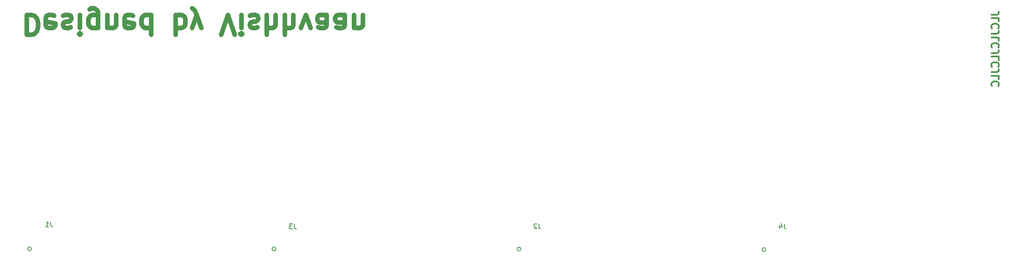
<source format=gbo>
G04 #@! TF.GenerationSoftware,KiCad,Pcbnew,5.1.10*
G04 #@! TF.CreationDate,2021-06-21T08:13:57-04:00*
G04 #@! TF.ProjectId,EVE-PCB-V4,4556452d-5043-4422-9d56-342e6b696361,rev?*
G04 #@! TF.SameCoordinates,Original*
G04 #@! TF.FileFunction,Legend,Bot*
G04 #@! TF.FilePolarity,Positive*
%FSLAX46Y46*%
G04 Gerber Fmt 4.6, Leading zero omitted, Abs format (unit mm)*
G04 Created by KiCad (PCBNEW 5.1.10) date 2021-06-21 08:13:57*
%MOMM*%
%LPD*%
G01*
G04 APERTURE LIST*
%ADD10C,0.900000*%
%ADD11C,0.300000*%
%ADD12C,0.152400*%
%ADD13C,0.150000*%
%ADD14O,1.802000X1.802000*%
%ADD15C,2.134000*%
G04 APERTURE END LIST*
D10*
X53153714Y-56610476D02*
X53153714Y-60610476D01*
X54106095Y-60610476D01*
X54677523Y-60419999D01*
X55058476Y-60039047D01*
X55248952Y-59658095D01*
X55439428Y-58896190D01*
X55439428Y-58324761D01*
X55248952Y-57562857D01*
X55058476Y-57181904D01*
X54677523Y-56800952D01*
X54106095Y-56610476D01*
X53153714Y-56610476D01*
X58677523Y-56800952D02*
X58296571Y-56610476D01*
X57534666Y-56610476D01*
X57153714Y-56800952D01*
X56963238Y-57181904D01*
X56963238Y-58705714D01*
X57153714Y-59086666D01*
X57534666Y-59277142D01*
X58296571Y-59277142D01*
X58677523Y-59086666D01*
X58868000Y-58705714D01*
X58868000Y-58324761D01*
X56963238Y-57943809D01*
X60391809Y-56800952D02*
X60772761Y-56610476D01*
X61534666Y-56610476D01*
X61915619Y-56800952D01*
X62106095Y-57181904D01*
X62106095Y-57372380D01*
X61915619Y-57753333D01*
X61534666Y-57943809D01*
X60963238Y-57943809D01*
X60582285Y-58134285D01*
X60391809Y-58515238D01*
X60391809Y-58705714D01*
X60582285Y-59086666D01*
X60963238Y-59277142D01*
X61534666Y-59277142D01*
X61915619Y-59086666D01*
X63820380Y-56610476D02*
X63820380Y-59277142D01*
X63820380Y-60610476D02*
X63629904Y-60420000D01*
X63820380Y-60229523D01*
X64010857Y-60420000D01*
X63820380Y-60610476D01*
X63820380Y-60229523D01*
X67439428Y-59277142D02*
X67439428Y-56039047D01*
X67248952Y-55658095D01*
X67058476Y-55467619D01*
X66677523Y-55277142D01*
X66106095Y-55277142D01*
X65725142Y-55467619D01*
X67439428Y-56800952D02*
X67058476Y-56610476D01*
X66296571Y-56610476D01*
X65915619Y-56800952D01*
X65725142Y-56991428D01*
X65534666Y-57372380D01*
X65534666Y-58515238D01*
X65725142Y-58896190D01*
X65915619Y-59086666D01*
X66296571Y-59277142D01*
X67058476Y-59277142D01*
X67439428Y-59086666D01*
X69344190Y-59277142D02*
X69344190Y-56610476D01*
X69344190Y-58896190D02*
X69534666Y-59086666D01*
X69915619Y-59277142D01*
X70487047Y-59277142D01*
X70868000Y-59086666D01*
X71058476Y-58705714D01*
X71058476Y-56610476D01*
X74487047Y-56800952D02*
X74106095Y-56610476D01*
X73344190Y-56610476D01*
X72963238Y-56800952D01*
X72772761Y-57181904D01*
X72772761Y-58705714D01*
X72963238Y-59086666D01*
X73344190Y-59277142D01*
X74106095Y-59277142D01*
X74487047Y-59086666D01*
X74677523Y-58705714D01*
X74677523Y-58324761D01*
X72772761Y-57943809D01*
X78106095Y-56610476D02*
X78106095Y-60610476D01*
X78106095Y-56800952D02*
X77725142Y-56610476D01*
X76963238Y-56610476D01*
X76582285Y-56800952D01*
X76391809Y-56991428D01*
X76201333Y-57372380D01*
X76201333Y-58515238D01*
X76391809Y-58896190D01*
X76582285Y-59086666D01*
X76963238Y-59277142D01*
X77725142Y-59277142D01*
X78106095Y-59086666D01*
X83058476Y-56610476D02*
X83058476Y-60610476D01*
X83058476Y-59086666D02*
X83439428Y-59277142D01*
X84201333Y-59277142D01*
X84582285Y-59086666D01*
X84772761Y-58896190D01*
X84963238Y-58515238D01*
X84963238Y-57372380D01*
X84772761Y-56991428D01*
X84582285Y-56800952D01*
X84201333Y-56610476D01*
X83439428Y-56610476D01*
X83058476Y-56800952D01*
X86296571Y-59277142D02*
X87248952Y-56610476D01*
X88201333Y-59277142D02*
X87248952Y-56610476D01*
X86867999Y-55658095D01*
X86677523Y-55467619D01*
X86296571Y-55277142D01*
X92201333Y-60610476D02*
X93534666Y-56610476D01*
X94867999Y-60610476D01*
X96201333Y-56610476D02*
X96201333Y-59277142D01*
X96201333Y-60610476D02*
X96010857Y-60420000D01*
X96201333Y-60229523D01*
X96391809Y-60420000D01*
X96201333Y-60610476D01*
X96201333Y-60229523D01*
X97915619Y-56800952D02*
X98296571Y-56610476D01*
X99058476Y-56610476D01*
X99439428Y-56800952D01*
X99629904Y-57181904D01*
X99629904Y-57372380D01*
X99439428Y-57753333D01*
X99058476Y-57943809D01*
X98487047Y-57943809D01*
X98106095Y-58134285D01*
X97915619Y-58515238D01*
X97915619Y-58705714D01*
X98106095Y-59086666D01*
X98487047Y-59277142D01*
X99058476Y-59277142D01*
X99439428Y-59086666D01*
X101344190Y-56610476D02*
X101344190Y-60610476D01*
X103058476Y-56610476D02*
X103058476Y-58705714D01*
X102867999Y-59086666D01*
X102487047Y-59277142D01*
X101915619Y-59277142D01*
X101534666Y-59086666D01*
X101344190Y-58896190D01*
X104963238Y-56610476D02*
X104963238Y-60610476D01*
X106677523Y-56610476D02*
X106677523Y-58705714D01*
X106487047Y-59086666D01*
X106106095Y-59277142D01*
X105534666Y-59277142D01*
X105153714Y-59086666D01*
X104963238Y-58896190D01*
X108201333Y-59277142D02*
X109153714Y-56610476D01*
X110106095Y-59277142D01*
X113344190Y-56610476D02*
X113344190Y-58705714D01*
X113153714Y-59086666D01*
X112772761Y-59277142D01*
X112010857Y-59277142D01*
X111629904Y-59086666D01*
X113344190Y-56800952D02*
X112963238Y-56610476D01*
X112010857Y-56610476D01*
X111629904Y-56800952D01*
X111439428Y-57181904D01*
X111439428Y-57562857D01*
X111629904Y-57943809D01*
X112010857Y-58134285D01*
X112963238Y-58134285D01*
X113344190Y-58324761D01*
X116963238Y-56610476D02*
X116963238Y-58705714D01*
X116772761Y-59086666D01*
X116391809Y-59277142D01*
X115629904Y-59277142D01*
X115248952Y-59086666D01*
X116963238Y-56800952D02*
X116582285Y-56610476D01*
X115629904Y-56610476D01*
X115248952Y-56800952D01*
X115058476Y-57181904D01*
X115058476Y-57562857D01*
X115248952Y-57943809D01*
X115629904Y-58134285D01*
X116582285Y-58134285D01*
X116963238Y-58324761D01*
X118867999Y-59277142D02*
X118867999Y-56610476D01*
X118867999Y-58896190D02*
X119058476Y-59086666D01*
X119439428Y-59277142D01*
X120010857Y-59277142D01*
X120391809Y-59086666D01*
X120582285Y-58705714D01*
X120582285Y-56610476D01*
D11*
X246828571Y-56571428D02*
X247900000Y-56571428D01*
X248114285Y-56500000D01*
X248257142Y-56357142D01*
X248328571Y-56142857D01*
X248328571Y-56000000D01*
X248328571Y-58000000D02*
X248328571Y-57285714D01*
X246828571Y-57285714D01*
X248185714Y-59357142D02*
X248257142Y-59285714D01*
X248328571Y-59071428D01*
X248328571Y-58928571D01*
X248257142Y-58714285D01*
X248114285Y-58571428D01*
X247971428Y-58500000D01*
X247685714Y-58428571D01*
X247471428Y-58428571D01*
X247185714Y-58500000D01*
X247042857Y-58571428D01*
X246900000Y-58714285D01*
X246828571Y-58928571D01*
X246828571Y-59071428D01*
X246900000Y-59285714D01*
X246971428Y-59357142D01*
X246828571Y-60428571D02*
X247900000Y-60428571D01*
X248114285Y-60357142D01*
X248257142Y-60214285D01*
X248328571Y-60000000D01*
X248328571Y-59857142D01*
X248328571Y-61857142D02*
X248328571Y-61142857D01*
X246828571Y-61142857D01*
X248185714Y-63214285D02*
X248257142Y-63142857D01*
X248328571Y-62928571D01*
X248328571Y-62785714D01*
X248257142Y-62571428D01*
X248114285Y-62428571D01*
X247971428Y-62357142D01*
X247685714Y-62285714D01*
X247471428Y-62285714D01*
X247185714Y-62357142D01*
X247042857Y-62428571D01*
X246900000Y-62571428D01*
X246828571Y-62785714D01*
X246828571Y-62928571D01*
X246900000Y-63142857D01*
X246971428Y-63214285D01*
X246828571Y-64285714D02*
X247900000Y-64285714D01*
X248114285Y-64214285D01*
X248257142Y-64071428D01*
X248328571Y-63857142D01*
X248328571Y-63714285D01*
X248328571Y-65714285D02*
X248328571Y-65000000D01*
X246828571Y-65000000D01*
X248185714Y-67071428D02*
X248257142Y-67000000D01*
X248328571Y-66785714D01*
X248328571Y-66642857D01*
X248257142Y-66428571D01*
X248114285Y-66285714D01*
X247971428Y-66214285D01*
X247685714Y-66142857D01*
X247471428Y-66142857D01*
X247185714Y-66214285D01*
X247042857Y-66285714D01*
X246900000Y-66428571D01*
X246828571Y-66642857D01*
X246828571Y-66785714D01*
X246900000Y-67000000D01*
X246971428Y-67071428D01*
X246828571Y-68142857D02*
X247900000Y-68142857D01*
X248114285Y-68071428D01*
X248257142Y-67928571D01*
X248328571Y-67714285D01*
X248328571Y-67571428D01*
X248328571Y-69571428D02*
X248328571Y-68857142D01*
X246828571Y-68857142D01*
X248185714Y-70928571D02*
X248257142Y-70857142D01*
X248328571Y-70642857D01*
X248328571Y-70500000D01*
X248257142Y-70285714D01*
X248114285Y-70142857D01*
X247971428Y-70071428D01*
X247685714Y-70000000D01*
X247471428Y-70000000D01*
X247185714Y-70071428D01*
X247042857Y-70142857D01*
X246900000Y-70285714D01*
X246828571Y-70500000D01*
X246828571Y-70642857D01*
X246900000Y-70857142D01*
X246971428Y-70928571D01*
D12*
X54116600Y-103618000D02*
G75*
G03*
X54116600Y-103618000I-381000J0D01*
G01*
X152363800Y-103668800D02*
G75*
G03*
X152363800Y-103668800I-381000J0D01*
G01*
X103189400Y-103618000D02*
G75*
G03*
X103189400Y-103618000I-381000J0D01*
G01*
X201538200Y-103770400D02*
G75*
G03*
X201538200Y-103770400I-381000J0D01*
G01*
D13*
X57991333Y-98156780D02*
X57991333Y-98871066D01*
X58038952Y-99013923D01*
X58134190Y-99109161D01*
X58277047Y-99156780D01*
X58372285Y-99156780D01*
X56991333Y-99156780D02*
X57562761Y-99156780D01*
X57277047Y-99156780D02*
X57277047Y-98156780D01*
X57372285Y-98299638D01*
X57467523Y-98394876D01*
X57562761Y-98442495D01*
X155984533Y-98563180D02*
X155984533Y-99277466D01*
X156032152Y-99420323D01*
X156127390Y-99515561D01*
X156270247Y-99563180D01*
X156365485Y-99563180D01*
X155555961Y-98658419D02*
X155508342Y-98610800D01*
X155413104Y-98563180D01*
X155175009Y-98563180D01*
X155079771Y-98610800D01*
X155032152Y-98658419D01*
X154984533Y-98753657D01*
X154984533Y-98848895D01*
X155032152Y-98991752D01*
X155603580Y-99563180D01*
X154984533Y-99563180D01*
X106911733Y-98613980D02*
X106911733Y-99328266D01*
X106959352Y-99471123D01*
X107054590Y-99566361D01*
X107197447Y-99613980D01*
X107292685Y-99613980D01*
X106530780Y-98613980D02*
X105911733Y-98613980D01*
X106245066Y-98994933D01*
X106102209Y-98994933D01*
X106006971Y-99042552D01*
X105959352Y-99090171D01*
X105911733Y-99185409D01*
X105911733Y-99423504D01*
X105959352Y-99518742D01*
X106006971Y-99566361D01*
X106102209Y-99613980D01*
X106387923Y-99613980D01*
X106483161Y-99566361D01*
X106530780Y-99518742D01*
X205260533Y-98563180D02*
X205260533Y-99277466D01*
X205308152Y-99420323D01*
X205403390Y-99515561D01*
X205546247Y-99563180D01*
X205641485Y-99563180D01*
X204355771Y-98896514D02*
X204355771Y-99563180D01*
X204593866Y-98515561D02*
X204831961Y-99229847D01*
X204212914Y-99229847D01*
%LPC*%
G36*
G01*
X190689600Y-68490400D02*
X188989600Y-68490400D01*
G75*
G02*
X188938600Y-68439400I0J51000D01*
G01*
X188938600Y-66739400D01*
G75*
G02*
X188989600Y-66688400I51000J0D01*
G01*
X190689600Y-66688400D01*
G75*
G02*
X190740600Y-66739400I0J-51000D01*
G01*
X190740600Y-68439400D01*
G75*
G02*
X190689600Y-68490400I-51000J0D01*
G01*
G37*
D14*
X189839600Y-65049400D03*
X192379600Y-67589400D03*
X192379600Y-65049400D03*
X194919600Y-67589400D03*
X194919600Y-65049400D03*
X197459600Y-67589400D03*
X197459600Y-65049400D03*
X199999600Y-67589400D03*
X199999600Y-65049400D03*
X202539600Y-67589400D03*
X202539600Y-65049400D03*
X205079600Y-67589400D03*
X205079600Y-65049400D03*
X207619600Y-67589400D03*
X207619600Y-65049400D03*
X210159600Y-67589400D03*
X210159600Y-65049400D03*
X212699600Y-67589400D03*
X212699600Y-65049400D03*
X215239600Y-67589400D03*
X215239600Y-65049400D03*
X217779600Y-67589400D03*
X217779600Y-65049400D03*
X220319600Y-67589400D03*
X220319600Y-65049400D03*
X222859600Y-67589400D03*
X222859600Y-65049400D03*
X225399600Y-67589400D03*
X225399600Y-65049400D03*
X227939600Y-67589400D03*
X227939600Y-65049400D03*
X230479600Y-67589400D03*
X230479600Y-65049400D03*
X233019600Y-67589400D03*
X233019600Y-65049400D03*
G36*
G01*
X67245600Y-68490400D02*
X65545600Y-68490400D01*
G75*
G02*
X65494600Y-68439400I0J51000D01*
G01*
X65494600Y-66739400D01*
G75*
G02*
X65545600Y-66688400I51000J0D01*
G01*
X67245600Y-66688400D01*
G75*
G02*
X67296600Y-66739400I0J-51000D01*
G01*
X67296600Y-68439400D01*
G75*
G02*
X67245600Y-68490400I-51000J0D01*
G01*
G37*
X66395600Y-65049400D03*
X68935600Y-67589400D03*
X68935600Y-65049400D03*
X71475600Y-67589400D03*
X71475600Y-65049400D03*
X74015600Y-67589400D03*
X74015600Y-65049400D03*
X76555600Y-67589400D03*
X76555600Y-65049400D03*
X79095600Y-67589400D03*
X79095600Y-65049400D03*
X81635600Y-67589400D03*
X81635600Y-65049400D03*
X84175600Y-67589400D03*
X84175600Y-65049400D03*
X86715600Y-67589400D03*
X86715600Y-65049400D03*
X89255600Y-67589400D03*
X89255600Y-65049400D03*
X91795600Y-67589400D03*
X91795600Y-65049400D03*
X94335600Y-67589400D03*
X94335600Y-65049400D03*
X96875600Y-67589400D03*
X96875600Y-65049400D03*
X99415600Y-67589400D03*
X99415600Y-65049400D03*
X101955600Y-67589400D03*
X101955600Y-65049400D03*
X104495600Y-67589400D03*
X104495600Y-65049400D03*
X107035600Y-67589400D03*
X107035600Y-65049400D03*
X109575600Y-67589400D03*
X109575600Y-65049400D03*
X112115600Y-67589400D03*
X112115600Y-65049400D03*
X114655600Y-67589400D03*
X114655600Y-65049400D03*
X117195600Y-67589400D03*
X117195600Y-65049400D03*
X119735600Y-67589400D03*
X119735600Y-65049400D03*
D15*
X97505601Y-103886000D03*
X95005601Y-88886000D03*
X92505601Y-103886000D03*
X90005601Y-88886000D03*
X87505601Y-103886000D03*
X85005601Y-88886000D03*
X82505601Y-103886000D03*
X80005601Y-88886000D03*
X77505601Y-103886000D03*
X75005601Y-88886000D03*
X72505600Y-103886000D03*
X70005600Y-88886000D03*
X67505600Y-103886000D03*
X65005600Y-88886000D03*
X62505600Y-103886000D03*
X60005600Y-88886000D03*
X57505600Y-103886000D03*
X55005600Y-88886000D03*
X195752801Y-103936800D03*
X193252801Y-88936800D03*
X190752801Y-103936800D03*
X188252801Y-88936800D03*
X185752801Y-103936800D03*
X183252801Y-88936800D03*
X180752801Y-103936800D03*
X178252801Y-88936800D03*
X175752801Y-103936800D03*
X173252801Y-88936800D03*
X170752800Y-103936800D03*
X168252800Y-88936800D03*
X165752800Y-103936800D03*
X163252800Y-88936800D03*
X160752800Y-103936800D03*
X158252800Y-88936800D03*
X155752800Y-103936800D03*
X153252800Y-88936800D03*
X104078400Y-88886000D03*
X106578400Y-103886000D03*
X109078400Y-88886000D03*
X111578400Y-103886000D03*
X114078400Y-88886000D03*
X116578400Y-103886000D03*
X119078400Y-88886000D03*
X121578400Y-103886000D03*
X124078401Y-88886000D03*
X126578401Y-103886000D03*
X129078401Y-88886000D03*
X131578401Y-103886000D03*
X134078401Y-88886000D03*
X136578401Y-103886000D03*
X139078401Y-88886000D03*
X141578401Y-103886000D03*
X144078401Y-88886000D03*
X146578401Y-103886000D03*
X202427200Y-89038400D03*
X204927200Y-104038400D03*
X207427200Y-89038400D03*
X209927200Y-104038400D03*
X212427200Y-89038400D03*
X214927200Y-104038400D03*
X217427200Y-89038400D03*
X219927200Y-104038400D03*
X222427201Y-89038400D03*
X224927201Y-104038400D03*
X227427201Y-89038400D03*
X229927201Y-104038400D03*
X232427201Y-89038400D03*
X234927201Y-104038400D03*
X237427201Y-89038400D03*
X239927201Y-104038400D03*
X242427201Y-89038400D03*
X244927201Y-104038400D03*
M02*

</source>
